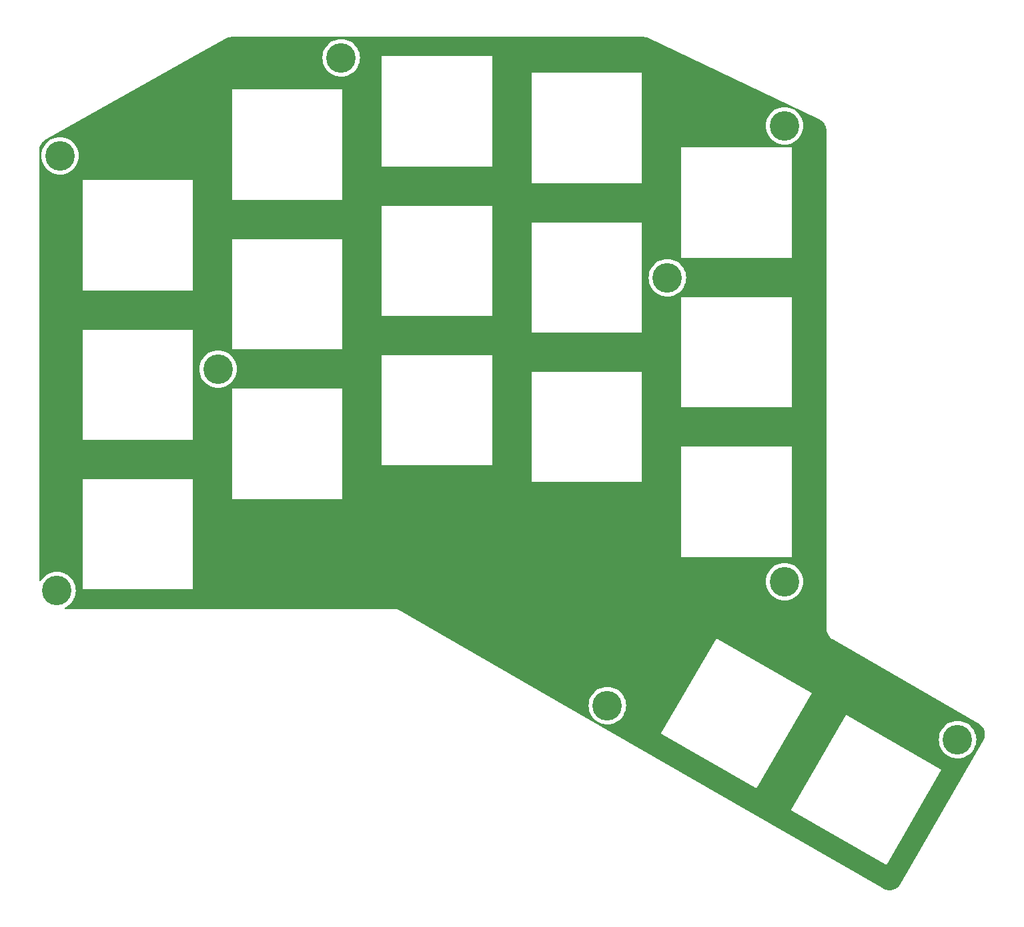
<source format=gbl>
G04 #@! TF.GenerationSoftware,KiCad,Pcbnew,7.0.10*
G04 #@! TF.CreationDate,2024-01-12T14:59:41+00:00*
G04 #@! TF.ProjectId,eobard-plate,656f6261-7264-42d7-906c-6174652e6b69,0.2.8*
G04 #@! TF.SameCoordinates,Original*
G04 #@! TF.FileFunction,Copper,L2,Bot*
G04 #@! TF.FilePolarity,Positive*
%FSLAX46Y46*%
G04 Gerber Fmt 4.6, Leading zero omitted, Abs format (unit mm)*
G04 Created by KiCad (PCBNEW 7.0.10) date 2024-01-12 14:59:41*
%MOMM*%
%LPD*%
G01*
G04 APERTURE LIST*
G04 #@! TA.AperFunction,ViaPad*
%ADD10C,3.750000*%
G04 #@! TD*
G04 APERTURE END LIST*
D10*
X172593000Y-108204000D03*
X100700000Y-81200000D03*
X194564000Y-128270000D03*
X150114000Y-123952000D03*
X172593000Y-50292000D03*
X80264000Y-109347000D03*
X157734000Y-69596000D03*
X80645000Y-54102000D03*
X116332000Y-41656000D03*
G04 #@! TA.AperFunction,Conductor*
G36*
X154641001Y-39000690D02*
G01*
X154645829Y-39000957D01*
X154663531Y-39001938D01*
X154665640Y-39002073D01*
X154839473Y-39014919D01*
X154850761Y-39016279D01*
X154918619Y-39027653D01*
X154925327Y-39028970D01*
X155055065Y-39058177D01*
X155061705Y-39059866D01*
X155127846Y-39078655D01*
X155138667Y-39082276D01*
X155300738Y-39144962D01*
X155302840Y-39145797D01*
X155324147Y-39154494D01*
X155330559Y-39157326D01*
X176812183Y-49380983D01*
X177004713Y-49472613D01*
X177012443Y-49476631D01*
X177051456Y-49498690D01*
X177052209Y-49499121D01*
X177209610Y-49590224D01*
X177223056Y-49599228D01*
X177281956Y-49644512D01*
X177294297Y-49654000D01*
X177297194Y-49656297D01*
X177401630Y-49741726D01*
X177411738Y-49750973D01*
X177480535Y-49821282D01*
X177484782Y-49825847D01*
X177568731Y-49920748D01*
X177575779Y-49929481D01*
X177635586Y-50010872D01*
X177640503Y-50018083D01*
X177707187Y-50123668D01*
X177711587Y-50131210D01*
X177759380Y-50220196D01*
X177764236Y-50230311D01*
X177813853Y-50346899D01*
X177816150Y-50352696D01*
X177850069Y-50445025D01*
X177854079Y-50458141D01*
X177886325Y-50589112D01*
X177887165Y-50592756D01*
X177906000Y-50680588D01*
X177908355Y-50696620D01*
X177922981Y-50877967D01*
X177923075Y-50879210D01*
X177926193Y-50923415D01*
X177926500Y-50932140D01*
X177926500Y-114080544D01*
X177926471Y-114080642D01*
X177926477Y-114237531D01*
X177926478Y-114237541D01*
X177954065Y-114446954D01*
X177954065Y-114446957D01*
X178008756Y-114650949D01*
X178008757Y-114650954D01*
X178089627Y-114846080D01*
X178195285Y-115028974D01*
X178195293Y-115028987D01*
X178323917Y-115196501D01*
X178323920Y-115196504D01*
X178397920Y-115270446D01*
X178473332Y-115345799D01*
X178640959Y-115474305D01*
X178640961Y-115474306D01*
X178716559Y-115517904D01*
X178716565Y-115517909D01*
X178732357Y-115527016D01*
X178732358Y-115527017D01*
X197015408Y-126070615D01*
X197228394Y-126193441D01*
X197235888Y-126198127D01*
X197290706Y-126235192D01*
X197291223Y-126235543D01*
X197421693Y-126325101D01*
X197434880Y-126335538D01*
X197507792Y-126401763D01*
X197509695Y-126403529D01*
X197599895Y-126489055D01*
X197610155Y-126500041D01*
X197676651Y-126580519D01*
X197679409Y-126583981D01*
X197751481Y-126677838D01*
X197758993Y-126688788D01*
X197814540Y-126779855D01*
X197817635Y-126785227D01*
X197873075Y-126887265D01*
X197878095Y-126897622D01*
X197920500Y-126996576D01*
X197923393Y-127003976D01*
X197944792Y-127064362D01*
X197961911Y-127112670D01*
X197964800Y-127121969D01*
X197992755Y-127226213D01*
X197994907Y-127235714D01*
X198015937Y-127349079D01*
X198017138Y-127356957D01*
X198029934Y-127463847D01*
X198030770Y-127475327D01*
X198033822Y-127591409D01*
X198033830Y-127597608D01*
X198031301Y-127704251D01*
X198030276Y-127717491D01*
X198014834Y-127834827D01*
X198014178Y-127839205D01*
X197996872Y-127942143D01*
X197993481Y-127956805D01*
X197958180Y-128075971D01*
X197957398Y-128078510D01*
X197927422Y-128172277D01*
X197921228Y-128187910D01*
X197854342Y-128328112D01*
X197853958Y-128328909D01*
X197823723Y-128391139D01*
X197819572Y-128398959D01*
X187306561Y-146604466D01*
X187301819Y-146612034D01*
X187264119Y-146667649D01*
X187263635Y-146668358D01*
X187174964Y-146797236D01*
X187164515Y-146810412D01*
X187097385Y-146884174D01*
X187095578Y-146886117D01*
X187011118Y-146975022D01*
X187000127Y-146985270D01*
X186918967Y-147052223D01*
X186915507Y-147054974D01*
X186822517Y-147126272D01*
X186811578Y-147133766D01*
X186719953Y-147189581D01*
X186714587Y-147192669D01*
X186613376Y-147247594D01*
X186603032Y-147252602D01*
X186503569Y-147295181D01*
X186496156Y-147298076D01*
X186388323Y-147336256D01*
X186379035Y-147339140D01*
X186274283Y-147367213D01*
X186264795Y-147369361D01*
X186152318Y-147390221D01*
X186144450Y-147391420D01*
X186037044Y-147404281D01*
X186025584Y-147405118D01*
X185910450Y-147408167D01*
X185904257Y-147408176D01*
X185797002Y-147405658D01*
X185783783Y-147404639D01*
X185747471Y-147399875D01*
X185667556Y-147389390D01*
X185663217Y-147388742D01*
X185559466Y-147371347D01*
X185544825Y-147367969D01*
X185427208Y-147333208D01*
X185424688Y-147332434D01*
X185396640Y-147323488D01*
X185329643Y-147302118D01*
X185314029Y-147295944D01*
X185177557Y-147230981D01*
X185176760Y-147230598D01*
X185110877Y-147198658D01*
X185103063Y-147194520D01*
X167818493Y-137235315D01*
X173413298Y-137235315D01*
X173413299Y-137235319D01*
X173413690Y-137235829D01*
X173416239Y-137237187D01*
X173425306Y-137242386D01*
X173425625Y-137242570D01*
X185516486Y-144223231D01*
X185516645Y-144223371D01*
X185537908Y-144235647D01*
X185538315Y-144235701D01*
X185538315Y-144235700D01*
X185538318Y-144235701D01*
X185538562Y-144235514D01*
X185538562Y-144235512D01*
X185538592Y-144235490D01*
X185539057Y-144235135D01*
X185539279Y-144234966D01*
X185542275Y-144230304D01*
X185542351Y-144230196D01*
X185544753Y-144224853D01*
X185551158Y-144213744D01*
X185551159Y-144213745D01*
X185551200Y-144213621D01*
X192534950Y-132117409D01*
X192535185Y-132117006D01*
X192538643Y-132111093D01*
X192538646Y-132111092D01*
X192538701Y-132110682D01*
X192538700Y-132110681D01*
X192538701Y-132110681D01*
X192538449Y-132110354D01*
X192518297Y-132098603D01*
X192517595Y-132098360D01*
X185886681Y-128270000D01*
X192183403Y-128270000D01*
X192191643Y-128395727D01*
X192203769Y-128580728D01*
X192203770Y-128580740D01*
X192264518Y-128886136D01*
X192264523Y-128886156D01*
X192364611Y-129181007D01*
X192364615Y-129181017D01*
X192502337Y-129460289D01*
X192502343Y-129460299D01*
X192675345Y-129719216D01*
X192880664Y-129953336D01*
X193114784Y-130158655D01*
X193373701Y-130331657D01*
X193373704Y-130331658D01*
X193373710Y-130331662D01*
X193652982Y-130469384D01*
X193652992Y-130469388D01*
X193947843Y-130569476D01*
X193947847Y-130569477D01*
X193947856Y-130569480D01*
X194154318Y-130610548D01*
X194253259Y-130630229D01*
X194253260Y-130630229D01*
X194253270Y-130630231D01*
X194564000Y-130650597D01*
X194874730Y-130630231D01*
X195180144Y-130569480D01*
X195180156Y-130569476D01*
X195475007Y-130469388D01*
X195475017Y-130469384D01*
X195754289Y-130331662D01*
X195754289Y-130331661D01*
X195754299Y-130331657D01*
X196013216Y-130158655D01*
X196247336Y-129953336D01*
X196452655Y-129719216D01*
X196625657Y-129460299D01*
X196763385Y-129181015D01*
X196863480Y-128886144D01*
X196924231Y-128580730D01*
X196944597Y-128270000D01*
X196924231Y-127959270D01*
X196863480Y-127653856D01*
X196854765Y-127628182D01*
X196763388Y-127358992D01*
X196763384Y-127358983D01*
X196625662Y-127079711D01*
X196625649Y-127079689D01*
X196452656Y-126820785D01*
X196389823Y-126749138D01*
X196247336Y-126586664D01*
X196013216Y-126381345D01*
X195885502Y-126296010D01*
X195754304Y-126208346D01*
X195754289Y-126208337D01*
X195475017Y-126070615D01*
X195475007Y-126070611D01*
X195180156Y-125970523D01*
X195180136Y-125970518D01*
X194874740Y-125909770D01*
X194874731Y-125909769D01*
X194874730Y-125909769D01*
X194564000Y-125889403D01*
X194253270Y-125909769D01*
X194253269Y-125909769D01*
X194253259Y-125909770D01*
X193947863Y-125970518D01*
X193947843Y-125970523D01*
X193652992Y-126070611D01*
X193652983Y-126070615D01*
X193373711Y-126208337D01*
X193373689Y-126208350D01*
X193114785Y-126381343D01*
X192880664Y-126586664D01*
X192675343Y-126820785D01*
X192502350Y-127079689D01*
X192502337Y-127079711D01*
X192364615Y-127358983D01*
X192364611Y-127358992D01*
X192264523Y-127653843D01*
X192264518Y-127653863D01*
X192203770Y-127959259D01*
X192203769Y-127959269D01*
X192203769Y-127959270D01*
X192183403Y-128270000D01*
X185886681Y-128270000D01*
X180435385Y-125122693D01*
X180435196Y-125122528D01*
X180428029Y-125118393D01*
X180423906Y-125115230D01*
X180418166Y-125112400D01*
X180414413Y-125110395D01*
X180413684Y-125110299D01*
X180413683Y-125110299D01*
X180413682Y-125110299D01*
X180413611Y-125110354D01*
X180413352Y-125110553D01*
X180401558Y-125130777D01*
X180401317Y-125131478D01*
X173425400Y-137214120D01*
X173424804Y-137214807D01*
X173413352Y-137234907D01*
X173413298Y-137235315D01*
X167818493Y-137235315D01*
X150926510Y-127502315D01*
X156937298Y-127502315D01*
X156937299Y-127502319D01*
X156937690Y-127502829D01*
X156940239Y-127504187D01*
X156949306Y-127509386D01*
X156949625Y-127509570D01*
X169040486Y-134490231D01*
X169040645Y-134490371D01*
X169061908Y-134502647D01*
X169062315Y-134502701D01*
X169062315Y-134502700D01*
X169062318Y-134502701D01*
X169062562Y-134502514D01*
X169062562Y-134502512D01*
X169062592Y-134502490D01*
X169063057Y-134502135D01*
X169063279Y-134501966D01*
X169066275Y-134497304D01*
X169066351Y-134497196D01*
X169068753Y-134491853D01*
X169075158Y-134480744D01*
X169075159Y-134480745D01*
X169075200Y-134480621D01*
X176058950Y-122384409D01*
X176059185Y-122384006D01*
X176062643Y-122378093D01*
X176062646Y-122378092D01*
X176062701Y-122377682D01*
X176062700Y-122377681D01*
X176062701Y-122377681D01*
X176062449Y-122377354D01*
X176042297Y-122365603D01*
X176041595Y-122365360D01*
X163959385Y-115389693D01*
X163959196Y-115389528D01*
X163952029Y-115385393D01*
X163947906Y-115382230D01*
X163942166Y-115379400D01*
X163938413Y-115377395D01*
X163937684Y-115377299D01*
X163937683Y-115377299D01*
X163937682Y-115377299D01*
X163937611Y-115377354D01*
X163937352Y-115377553D01*
X163925558Y-115397777D01*
X163925317Y-115398478D01*
X156949400Y-127481120D01*
X156948804Y-127481807D01*
X156937352Y-127501907D01*
X156937298Y-127502315D01*
X150926510Y-127502315D01*
X144764806Y-123952000D01*
X147733403Y-123952000D01*
X147753769Y-124262728D01*
X147753770Y-124262740D01*
X147814518Y-124568136D01*
X147814523Y-124568156D01*
X147914611Y-124863007D01*
X147914615Y-124863017D01*
X148052337Y-125142289D01*
X148052343Y-125142299D01*
X148225345Y-125401216D01*
X148430664Y-125635336D01*
X148664784Y-125840655D01*
X148923701Y-126013657D01*
X148923704Y-126013658D01*
X148923710Y-126013662D01*
X149202982Y-126151384D01*
X149202992Y-126151388D01*
X149497843Y-126251476D01*
X149497847Y-126251477D01*
X149497856Y-126251480D01*
X149704318Y-126292548D01*
X149803259Y-126312229D01*
X149803260Y-126312229D01*
X149803270Y-126312231D01*
X150114000Y-126332597D01*
X150424730Y-126312231D01*
X150730144Y-126251480D01*
X150778313Y-126235129D01*
X151025007Y-126151388D01*
X151025017Y-126151384D01*
X151304289Y-126013662D01*
X151304289Y-126013661D01*
X151304299Y-126013657D01*
X151563216Y-125840655D01*
X151797336Y-125635336D01*
X152002655Y-125401216D01*
X152175657Y-125142299D01*
X152191418Y-125110340D01*
X152313384Y-124863017D01*
X152313388Y-124863007D01*
X152413476Y-124568156D01*
X152413476Y-124568155D01*
X152413480Y-124568144D01*
X152474231Y-124262730D01*
X152494597Y-123952000D01*
X152474231Y-123641270D01*
X152413480Y-123335856D01*
X152413476Y-123335843D01*
X152313388Y-123040992D01*
X152313384Y-123040983D01*
X152175662Y-122761711D01*
X152175649Y-122761689D01*
X152002656Y-122502785D01*
X151899035Y-122384629D01*
X151797336Y-122268664D01*
X151563216Y-122063345D01*
X151435502Y-121978010D01*
X151304304Y-121890346D01*
X151304289Y-121890337D01*
X151025017Y-121752615D01*
X151025007Y-121752611D01*
X150730156Y-121652523D01*
X150730136Y-121652518D01*
X150424740Y-121591770D01*
X150424731Y-121591769D01*
X150424730Y-121591769D01*
X150114000Y-121571403D01*
X149803270Y-121591769D01*
X149803269Y-121591769D01*
X149803259Y-121591770D01*
X149497863Y-121652518D01*
X149497843Y-121652523D01*
X149202992Y-121752611D01*
X149202983Y-121752615D01*
X148923711Y-121890337D01*
X148923689Y-121890350D01*
X148664785Y-122063343D01*
X148430664Y-122268664D01*
X148225343Y-122502785D01*
X148052350Y-122761689D01*
X148052337Y-122761711D01*
X147914615Y-123040983D01*
X147914611Y-123040992D01*
X147814523Y-123335843D01*
X147814518Y-123335863D01*
X147753770Y-123641259D01*
X147753769Y-123641271D01*
X147733403Y-123952000D01*
X144764806Y-123952000D01*
X123917290Y-111939860D01*
X123917244Y-111939812D01*
X123782091Y-111861923D01*
X123782088Y-111861922D01*
X123587323Y-111781403D01*
X123587322Y-111781402D01*
X123383713Y-111726945D01*
X123383710Y-111726944D01*
X123174736Y-111699484D01*
X123069353Y-111699500D01*
X81396336Y-111699500D01*
X81329297Y-111679815D01*
X81283542Y-111627011D01*
X81273598Y-111557853D01*
X81302623Y-111494297D01*
X81341492Y-111464288D01*
X81454289Y-111408662D01*
X81454289Y-111408661D01*
X81454299Y-111408657D01*
X81713216Y-111235655D01*
X81947336Y-111030336D01*
X82152655Y-110796216D01*
X82325657Y-110537299D01*
X82463385Y-110258015D01*
X82481319Y-110205185D01*
X82563476Y-109963156D01*
X82563476Y-109963155D01*
X82563480Y-109963144D01*
X82624231Y-109657730D01*
X82644597Y-109347000D01*
X82633054Y-109170889D01*
X83499416Y-109170889D01*
X83499459Y-109195000D01*
X83499500Y-109195099D01*
X83499617Y-109195383D01*
X83499618Y-109195384D01*
X83499808Y-109195462D01*
X83500000Y-109195541D01*
X83500002Y-109195539D01*
X83524616Y-109195524D01*
X83524616Y-109195528D01*
X83524760Y-109195500D01*
X97475240Y-109195500D01*
X97475383Y-109195528D01*
X97475384Y-109195524D01*
X97499997Y-109195539D01*
X97500000Y-109195541D01*
X97500383Y-109195383D01*
X97500500Y-109195099D01*
X97500541Y-109195000D01*
X97500540Y-109194997D01*
X97500583Y-109170889D01*
X97500500Y-109170467D01*
X97500500Y-108204000D01*
X170212403Y-108204000D01*
X170232769Y-108514728D01*
X170232770Y-108514740D01*
X170293518Y-108820136D01*
X170293523Y-108820156D01*
X170393611Y-109115007D01*
X170393615Y-109115017D01*
X170531337Y-109394289D01*
X170531343Y-109394299D01*
X170704345Y-109653216D01*
X170909664Y-109887336D01*
X171143784Y-110092655D01*
X171402701Y-110265657D01*
X171402704Y-110265658D01*
X171402710Y-110265662D01*
X171681982Y-110403384D01*
X171681992Y-110403388D01*
X171976843Y-110503476D01*
X171976847Y-110503477D01*
X171976856Y-110503480D01*
X172183318Y-110544548D01*
X172282259Y-110564229D01*
X172282260Y-110564229D01*
X172282270Y-110564231D01*
X172593000Y-110584597D01*
X172903730Y-110564231D01*
X173209144Y-110503480D01*
X173209156Y-110503476D01*
X173504007Y-110403388D01*
X173504017Y-110403384D01*
X173783289Y-110265662D01*
X173783289Y-110265661D01*
X173783299Y-110265657D01*
X174042216Y-110092655D01*
X174276336Y-109887336D01*
X174481655Y-109653216D01*
X174654657Y-109394299D01*
X174792385Y-109115015D01*
X174892480Y-108820144D01*
X174953231Y-108514730D01*
X174973597Y-108204000D01*
X174953231Y-107893270D01*
X174892480Y-107587856D01*
X174892476Y-107587843D01*
X174792388Y-107292992D01*
X174792384Y-107292983D01*
X174654662Y-107013711D01*
X174654649Y-107013689D01*
X174481656Y-106754785D01*
X174459164Y-106729138D01*
X174276336Y-106520664D01*
X174042216Y-106315345D01*
X173914502Y-106230010D01*
X173783304Y-106142346D01*
X173783289Y-106142337D01*
X173504017Y-106004615D01*
X173504007Y-106004611D01*
X173209156Y-105904523D01*
X173209136Y-105904518D01*
X172903740Y-105843770D01*
X172903731Y-105843769D01*
X172903730Y-105843769D01*
X172593000Y-105823403D01*
X172282270Y-105843769D01*
X172282269Y-105843769D01*
X172282259Y-105843770D01*
X171976863Y-105904518D01*
X171976843Y-105904523D01*
X171681992Y-106004611D01*
X171681983Y-106004615D01*
X171402711Y-106142337D01*
X171402689Y-106142350D01*
X171143785Y-106315343D01*
X170909664Y-106520664D01*
X170704343Y-106754785D01*
X170531350Y-107013689D01*
X170531337Y-107013711D01*
X170393615Y-107292983D01*
X170393611Y-107292992D01*
X170293523Y-107587843D01*
X170293518Y-107587863D01*
X170232770Y-107893259D01*
X170232769Y-107893271D01*
X170212403Y-108204000D01*
X97500500Y-108204000D01*
X97500500Y-105045889D01*
X159499416Y-105045889D01*
X159499459Y-105070000D01*
X159499500Y-105070099D01*
X159499617Y-105070383D01*
X159499618Y-105070384D01*
X159499808Y-105070462D01*
X159500000Y-105070541D01*
X159500002Y-105070539D01*
X159524616Y-105070524D01*
X159524616Y-105070528D01*
X159524760Y-105070500D01*
X173475240Y-105070500D01*
X173475383Y-105070528D01*
X173475384Y-105070524D01*
X173499997Y-105070539D01*
X173500000Y-105070541D01*
X173500383Y-105070383D01*
X173500500Y-105070099D01*
X173500541Y-105070000D01*
X173500540Y-105069997D01*
X173500583Y-105045889D01*
X173500500Y-105045467D01*
X173500500Y-91094759D01*
X173500528Y-91094616D01*
X173500524Y-91094616D01*
X173500539Y-91070002D01*
X173500541Y-91070000D01*
X173500462Y-91069808D01*
X173500384Y-91069618D01*
X173500380Y-91069614D01*
X173500194Y-91069538D01*
X173500002Y-91069459D01*
X173475446Y-91069459D01*
X173475240Y-91069500D01*
X159524760Y-91069500D01*
X159524554Y-91069459D01*
X159499998Y-91069459D01*
X159499807Y-91069538D01*
X159499619Y-91069615D01*
X159499615Y-91069618D01*
X159499459Y-91069999D01*
X159499476Y-91094616D01*
X159499471Y-91094616D01*
X159499500Y-91094759D01*
X159499500Y-105045467D01*
X159499416Y-105045889D01*
X97500500Y-105045889D01*
X97500500Y-97670889D01*
X102499416Y-97670889D01*
X102499459Y-97695000D01*
X102499500Y-97695099D01*
X102499617Y-97695383D01*
X102499618Y-97695384D01*
X102499808Y-97695462D01*
X102500000Y-97695541D01*
X102500002Y-97695539D01*
X102524616Y-97695524D01*
X102524616Y-97695528D01*
X102524760Y-97695500D01*
X116475240Y-97695500D01*
X116475383Y-97695528D01*
X116475384Y-97695524D01*
X116499997Y-97695539D01*
X116500000Y-97695541D01*
X116500383Y-97695383D01*
X116500500Y-97695099D01*
X116500541Y-97695000D01*
X116500540Y-97694997D01*
X116500583Y-97670889D01*
X116500500Y-97670467D01*
X116500500Y-95545889D01*
X140499416Y-95545889D01*
X140499459Y-95570000D01*
X140499500Y-95570099D01*
X140499617Y-95570383D01*
X140499618Y-95570384D01*
X140499808Y-95570462D01*
X140500000Y-95570541D01*
X140500002Y-95570539D01*
X140524616Y-95570524D01*
X140524616Y-95570528D01*
X140524760Y-95570500D01*
X154475240Y-95570500D01*
X154475383Y-95570528D01*
X154475384Y-95570524D01*
X154499997Y-95570539D01*
X154500000Y-95570541D01*
X154500383Y-95570383D01*
X154500500Y-95570099D01*
X154500541Y-95570000D01*
X154500540Y-95569997D01*
X154500583Y-95545889D01*
X154500500Y-95545467D01*
X154500500Y-86045889D01*
X159499416Y-86045889D01*
X159499459Y-86070000D01*
X159499500Y-86070099D01*
X159499617Y-86070383D01*
X159499618Y-86070384D01*
X159499808Y-86070462D01*
X159500000Y-86070541D01*
X159500002Y-86070539D01*
X159524616Y-86070524D01*
X159524616Y-86070528D01*
X159524760Y-86070500D01*
X173475240Y-86070500D01*
X173475383Y-86070528D01*
X173475384Y-86070524D01*
X173499997Y-86070539D01*
X173500000Y-86070541D01*
X173500383Y-86070383D01*
X173500500Y-86070099D01*
X173500541Y-86070000D01*
X173500540Y-86069997D01*
X173500583Y-86045889D01*
X173500500Y-86045467D01*
X173500500Y-72094759D01*
X173500528Y-72094616D01*
X173500524Y-72094616D01*
X173500539Y-72070002D01*
X173500541Y-72070000D01*
X173500462Y-72069808D01*
X173500384Y-72069618D01*
X173500380Y-72069614D01*
X173500194Y-72069538D01*
X173500002Y-72069459D01*
X173475446Y-72069459D01*
X173475240Y-72069500D01*
X159524760Y-72069500D01*
X159524554Y-72069459D01*
X159499998Y-72069459D01*
X159499807Y-72069538D01*
X159499619Y-72069615D01*
X159499615Y-72069618D01*
X159499459Y-72069999D01*
X159499476Y-72094616D01*
X159499471Y-72094616D01*
X159499500Y-72094759D01*
X159499500Y-86045467D01*
X159499416Y-86045889D01*
X154500500Y-86045889D01*
X154500500Y-81594759D01*
X154500528Y-81594616D01*
X154500524Y-81594616D01*
X154500539Y-81570002D01*
X154500541Y-81570000D01*
X154500462Y-81569808D01*
X154500384Y-81569618D01*
X154500380Y-81569614D01*
X154500194Y-81569538D01*
X154500002Y-81569459D01*
X154475446Y-81569459D01*
X154475240Y-81569500D01*
X140524760Y-81569500D01*
X140524554Y-81569459D01*
X140499998Y-81569459D01*
X140499807Y-81569538D01*
X140499619Y-81569615D01*
X140499615Y-81569618D01*
X140499459Y-81569999D01*
X140499476Y-81594616D01*
X140499471Y-81594616D01*
X140499500Y-81594759D01*
X140499500Y-95545467D01*
X140499416Y-95545889D01*
X116500500Y-95545889D01*
X116500500Y-93420889D01*
X121499416Y-93420889D01*
X121499459Y-93445000D01*
X121499500Y-93445099D01*
X121499617Y-93445383D01*
X121499618Y-93445384D01*
X121499808Y-93445462D01*
X121500000Y-93445541D01*
X121500002Y-93445539D01*
X121524616Y-93445524D01*
X121524616Y-93445528D01*
X121524760Y-93445500D01*
X135475240Y-93445500D01*
X135475383Y-93445528D01*
X135475384Y-93445524D01*
X135499997Y-93445539D01*
X135500000Y-93445541D01*
X135500383Y-93445383D01*
X135500500Y-93445099D01*
X135500541Y-93445000D01*
X135500540Y-93444997D01*
X135500583Y-93420889D01*
X135500500Y-93420467D01*
X135500500Y-79469759D01*
X135500528Y-79469616D01*
X135500524Y-79469616D01*
X135500539Y-79445002D01*
X135500541Y-79445000D01*
X135500462Y-79444808D01*
X135500384Y-79444618D01*
X135500380Y-79444614D01*
X135500194Y-79444538D01*
X135500002Y-79444459D01*
X135475446Y-79444459D01*
X135475240Y-79444500D01*
X121524760Y-79444500D01*
X121524554Y-79444459D01*
X121499998Y-79444459D01*
X121499807Y-79444538D01*
X121499619Y-79444615D01*
X121499615Y-79444618D01*
X121499459Y-79444999D01*
X121499476Y-79469616D01*
X121499471Y-79469616D01*
X121499500Y-79469759D01*
X121499500Y-93420467D01*
X121499416Y-93420889D01*
X116500500Y-93420889D01*
X116500500Y-83719759D01*
X116500528Y-83719616D01*
X116500524Y-83719616D01*
X116500539Y-83695002D01*
X116500541Y-83695000D01*
X116500462Y-83694808D01*
X116500384Y-83694618D01*
X116500380Y-83694614D01*
X116500194Y-83694538D01*
X116500002Y-83694459D01*
X116475446Y-83694459D01*
X116475240Y-83694500D01*
X102524760Y-83694500D01*
X102524554Y-83694459D01*
X102499998Y-83694459D01*
X102499807Y-83694538D01*
X102499619Y-83694615D01*
X102499615Y-83694618D01*
X102499459Y-83694999D01*
X102499476Y-83719616D01*
X102499471Y-83719616D01*
X102499500Y-83719759D01*
X102499500Y-97670467D01*
X102499416Y-97670889D01*
X97500500Y-97670889D01*
X97500500Y-95219759D01*
X97500528Y-95219616D01*
X97500524Y-95219616D01*
X97500539Y-95195002D01*
X97500541Y-95195000D01*
X97500462Y-95194808D01*
X97500384Y-95194618D01*
X97500380Y-95194614D01*
X97500194Y-95194538D01*
X97500002Y-95194459D01*
X97475446Y-95194459D01*
X97475240Y-95194500D01*
X83524760Y-95194500D01*
X83524554Y-95194459D01*
X83499998Y-95194459D01*
X83499807Y-95194538D01*
X83499619Y-95194615D01*
X83499615Y-95194618D01*
X83499459Y-95194999D01*
X83499476Y-95219616D01*
X83499471Y-95219616D01*
X83499500Y-95219759D01*
X83499500Y-109170467D01*
X83499416Y-109170889D01*
X82633054Y-109170889D01*
X82624231Y-109036270D01*
X82563480Y-108730856D01*
X82490119Y-108514740D01*
X82463388Y-108435992D01*
X82463384Y-108435983D01*
X82325662Y-108156711D01*
X82325649Y-108156689D01*
X82152656Y-107897785D01*
X82130164Y-107872138D01*
X81947336Y-107663664D01*
X81713216Y-107458345D01*
X81465747Y-107292992D01*
X81454304Y-107285346D01*
X81454289Y-107285337D01*
X81175017Y-107147615D01*
X81175007Y-107147611D01*
X80880156Y-107047523D01*
X80880136Y-107047518D01*
X80574740Y-106986770D01*
X80574731Y-106986769D01*
X80574730Y-106986769D01*
X80264000Y-106966403D01*
X79953270Y-106986769D01*
X79953269Y-106986769D01*
X79953259Y-106986770D01*
X79647863Y-107047518D01*
X79647843Y-107047523D01*
X79352992Y-107147611D01*
X79352983Y-107147615D01*
X79073711Y-107285337D01*
X79073689Y-107285350D01*
X78814785Y-107458343D01*
X78580664Y-107663664D01*
X78375343Y-107897785D01*
X78227602Y-108118897D01*
X78173990Y-108163703D01*
X78104665Y-108172410D01*
X78041638Y-108142256D01*
X78004918Y-108082813D01*
X78000500Y-108050007D01*
X78000500Y-90170889D01*
X83499416Y-90170889D01*
X83499459Y-90195000D01*
X83499500Y-90195099D01*
X83499617Y-90195383D01*
X83499618Y-90195384D01*
X83499808Y-90195462D01*
X83500000Y-90195541D01*
X83500002Y-90195539D01*
X83524616Y-90195524D01*
X83524616Y-90195528D01*
X83524760Y-90195500D01*
X97475240Y-90195500D01*
X97475383Y-90195528D01*
X97475384Y-90195524D01*
X97499997Y-90195539D01*
X97500000Y-90195541D01*
X97500383Y-90195383D01*
X97500500Y-90195099D01*
X97500541Y-90195000D01*
X97500540Y-90194997D01*
X97500583Y-90170889D01*
X97500500Y-90170467D01*
X97500500Y-81200000D01*
X98319403Y-81200000D01*
X98339769Y-81510728D01*
X98339770Y-81510740D01*
X98400518Y-81816136D01*
X98400523Y-81816156D01*
X98500611Y-82111007D01*
X98500615Y-82111017D01*
X98638337Y-82390289D01*
X98638343Y-82390299D01*
X98811345Y-82649216D01*
X99016664Y-82883336D01*
X99250784Y-83088655D01*
X99509701Y-83261657D01*
X99509704Y-83261658D01*
X99509710Y-83261662D01*
X99788982Y-83399384D01*
X99788992Y-83399388D01*
X100083843Y-83499476D01*
X100083847Y-83499477D01*
X100083856Y-83499480D01*
X100290318Y-83540548D01*
X100389259Y-83560229D01*
X100389260Y-83560229D01*
X100389270Y-83560231D01*
X100700000Y-83580597D01*
X101010730Y-83560231D01*
X101316144Y-83499480D01*
X101316156Y-83499476D01*
X101611007Y-83399388D01*
X101611017Y-83399384D01*
X101890289Y-83261662D01*
X101890289Y-83261661D01*
X101890299Y-83261657D01*
X102149216Y-83088655D01*
X102383336Y-82883336D01*
X102588655Y-82649216D01*
X102761657Y-82390299D01*
X102899385Y-82111015D01*
X102999480Y-81816144D01*
X103060231Y-81510730D01*
X103080597Y-81200000D01*
X103060231Y-80889270D01*
X102999480Y-80583856D01*
X102999476Y-80583843D01*
X102899388Y-80288992D01*
X102899384Y-80288983D01*
X102761662Y-80009711D01*
X102761649Y-80009689D01*
X102588656Y-79750785D01*
X102566164Y-79725138D01*
X102383336Y-79516664D01*
X102149216Y-79311345D01*
X102021502Y-79226010D01*
X101890304Y-79138346D01*
X101890289Y-79138337D01*
X101611017Y-79000615D01*
X101611007Y-79000611D01*
X101316156Y-78900523D01*
X101316136Y-78900518D01*
X101010740Y-78839770D01*
X101010731Y-78839769D01*
X101010730Y-78839769D01*
X100700000Y-78819403D01*
X100389270Y-78839769D01*
X100389269Y-78839769D01*
X100389259Y-78839770D01*
X100083863Y-78900518D01*
X100083843Y-78900523D01*
X99788992Y-79000611D01*
X99788983Y-79000615D01*
X99509711Y-79138337D01*
X99509689Y-79138350D01*
X99250785Y-79311343D01*
X99016664Y-79516664D01*
X98811343Y-79750785D01*
X98638350Y-80009689D01*
X98638337Y-80009711D01*
X98500615Y-80288983D01*
X98500611Y-80288992D01*
X98400523Y-80583843D01*
X98400518Y-80583863D01*
X98339770Y-80889259D01*
X98339769Y-80889271D01*
X98319403Y-81200000D01*
X97500500Y-81200000D01*
X97500500Y-78670889D01*
X102499416Y-78670889D01*
X102499459Y-78695000D01*
X102499500Y-78695099D01*
X102499617Y-78695383D01*
X102499618Y-78695384D01*
X102499808Y-78695462D01*
X102500000Y-78695541D01*
X102500002Y-78695539D01*
X102524616Y-78695524D01*
X102524616Y-78695528D01*
X102524760Y-78695500D01*
X116475240Y-78695500D01*
X116475383Y-78695528D01*
X116475384Y-78695524D01*
X116499997Y-78695539D01*
X116500000Y-78695541D01*
X116500383Y-78695383D01*
X116500500Y-78695099D01*
X116500541Y-78695000D01*
X116500540Y-78694997D01*
X116500583Y-78670889D01*
X116500500Y-78670467D01*
X116500500Y-76545889D01*
X140499416Y-76545889D01*
X140499459Y-76570000D01*
X140499500Y-76570099D01*
X140499617Y-76570383D01*
X140499618Y-76570384D01*
X140499808Y-76570462D01*
X140500000Y-76570541D01*
X140500002Y-76570539D01*
X140524616Y-76570524D01*
X140524616Y-76570528D01*
X140524760Y-76570500D01*
X154475240Y-76570500D01*
X154475383Y-76570528D01*
X154475384Y-76570524D01*
X154499997Y-76570539D01*
X154500000Y-76570541D01*
X154500383Y-76570383D01*
X154500500Y-76570099D01*
X154500541Y-76570000D01*
X154500540Y-76569997D01*
X154500583Y-76545889D01*
X154500500Y-76545467D01*
X154500500Y-69596000D01*
X155353403Y-69596000D01*
X155373769Y-69906728D01*
X155373770Y-69906740D01*
X155434518Y-70212136D01*
X155434523Y-70212156D01*
X155534611Y-70507007D01*
X155534615Y-70507017D01*
X155672337Y-70786289D01*
X155672343Y-70786299D01*
X155845345Y-71045216D01*
X156050664Y-71279336D01*
X156284784Y-71484655D01*
X156543701Y-71657657D01*
X156543704Y-71657658D01*
X156543710Y-71657662D01*
X156822982Y-71795384D01*
X156822992Y-71795388D01*
X157117843Y-71895476D01*
X157117847Y-71895477D01*
X157117856Y-71895480D01*
X157324318Y-71936548D01*
X157423259Y-71956229D01*
X157423260Y-71956229D01*
X157423270Y-71956231D01*
X157734000Y-71976597D01*
X158044730Y-71956231D01*
X158350144Y-71895480D01*
X158350156Y-71895476D01*
X158645007Y-71795388D01*
X158645017Y-71795384D01*
X158924289Y-71657662D01*
X158924289Y-71657661D01*
X158924299Y-71657657D01*
X159183216Y-71484655D01*
X159417336Y-71279336D01*
X159622655Y-71045216D01*
X159795657Y-70786299D01*
X159933385Y-70507015D01*
X160033480Y-70212144D01*
X160094231Y-69906730D01*
X160114597Y-69596000D01*
X160094231Y-69285270D01*
X160033480Y-68979856D01*
X160033476Y-68979843D01*
X159933388Y-68684992D01*
X159933384Y-68684983D01*
X159795662Y-68405711D01*
X159795649Y-68405689D01*
X159622656Y-68146785D01*
X159600164Y-68121138D01*
X159417336Y-67912664D01*
X159183216Y-67707345D01*
X159055502Y-67622010D01*
X158924304Y-67534346D01*
X158924289Y-67534337D01*
X158645017Y-67396615D01*
X158645007Y-67396611D01*
X158350156Y-67296523D01*
X158350136Y-67296518D01*
X158044740Y-67235770D01*
X158044731Y-67235769D01*
X158044730Y-67235769D01*
X157734000Y-67215403D01*
X157423270Y-67235769D01*
X157423269Y-67235769D01*
X157423259Y-67235770D01*
X157117863Y-67296518D01*
X157117843Y-67296523D01*
X156822992Y-67396611D01*
X156822983Y-67396615D01*
X156543711Y-67534337D01*
X156543689Y-67534350D01*
X156284785Y-67707343D01*
X156050664Y-67912664D01*
X155845343Y-68146785D01*
X155672350Y-68405689D01*
X155672337Y-68405711D01*
X155534615Y-68684983D01*
X155534611Y-68684992D01*
X155434523Y-68979843D01*
X155434518Y-68979863D01*
X155373770Y-69285259D01*
X155373769Y-69285271D01*
X155353403Y-69596000D01*
X154500500Y-69596000D01*
X154500500Y-67045889D01*
X159499416Y-67045889D01*
X159499459Y-67070000D01*
X159499500Y-67070099D01*
X159499617Y-67070383D01*
X159499618Y-67070384D01*
X159499808Y-67070462D01*
X159500000Y-67070541D01*
X159500002Y-67070539D01*
X159524616Y-67070524D01*
X159524616Y-67070528D01*
X159524760Y-67070500D01*
X173475240Y-67070500D01*
X173475383Y-67070528D01*
X173475384Y-67070524D01*
X173499997Y-67070539D01*
X173500000Y-67070541D01*
X173500383Y-67070383D01*
X173500500Y-67070099D01*
X173500541Y-67070000D01*
X173500540Y-67069997D01*
X173500583Y-67045889D01*
X173500500Y-67045467D01*
X173500500Y-53094759D01*
X173500528Y-53094616D01*
X173500524Y-53094616D01*
X173500539Y-53070002D01*
X173500541Y-53070000D01*
X173500462Y-53069808D01*
X173500384Y-53069618D01*
X173500380Y-53069614D01*
X173500194Y-53069538D01*
X173500002Y-53069459D01*
X173475446Y-53069459D01*
X173475240Y-53069500D01*
X159524760Y-53069500D01*
X159524554Y-53069459D01*
X159499998Y-53069459D01*
X159499807Y-53069538D01*
X159499619Y-53069615D01*
X159499615Y-53069618D01*
X159499459Y-53069999D01*
X159499476Y-53094616D01*
X159499471Y-53094616D01*
X159499500Y-53094759D01*
X159499500Y-67045467D01*
X159499416Y-67045889D01*
X154500500Y-67045889D01*
X154500500Y-62594759D01*
X154500528Y-62594616D01*
X154500524Y-62594616D01*
X154500539Y-62570002D01*
X154500541Y-62570000D01*
X154500462Y-62569808D01*
X154500384Y-62569618D01*
X154500380Y-62569614D01*
X154500194Y-62569538D01*
X154500002Y-62569459D01*
X154475446Y-62569459D01*
X154475240Y-62569500D01*
X140524760Y-62569500D01*
X140524554Y-62569459D01*
X140499998Y-62569459D01*
X140499807Y-62569538D01*
X140499619Y-62569615D01*
X140499615Y-62569618D01*
X140499459Y-62569999D01*
X140499476Y-62594616D01*
X140499471Y-62594616D01*
X140499500Y-62594759D01*
X140499500Y-76545467D01*
X140499416Y-76545889D01*
X116500500Y-76545889D01*
X116500500Y-74420889D01*
X121499416Y-74420889D01*
X121499459Y-74445000D01*
X121499500Y-74445099D01*
X121499617Y-74445383D01*
X121499618Y-74445384D01*
X121499808Y-74445462D01*
X121500000Y-74445541D01*
X121500002Y-74445539D01*
X121524616Y-74445524D01*
X121524616Y-74445528D01*
X121524760Y-74445500D01*
X135475240Y-74445500D01*
X135475383Y-74445528D01*
X135475384Y-74445524D01*
X135499997Y-74445539D01*
X135500000Y-74445541D01*
X135500383Y-74445383D01*
X135500500Y-74445099D01*
X135500541Y-74445000D01*
X135500540Y-74444997D01*
X135500583Y-74420889D01*
X135500500Y-74420467D01*
X135500500Y-60469759D01*
X135500528Y-60469616D01*
X135500524Y-60469616D01*
X135500539Y-60445002D01*
X135500541Y-60445000D01*
X135500462Y-60444808D01*
X135500384Y-60444618D01*
X135500380Y-60444614D01*
X135500194Y-60444538D01*
X135500002Y-60444459D01*
X135475446Y-60444459D01*
X135475240Y-60444500D01*
X121524760Y-60444500D01*
X121524554Y-60444459D01*
X121499998Y-60444459D01*
X121499807Y-60444538D01*
X121499619Y-60444615D01*
X121499615Y-60444618D01*
X121499459Y-60444999D01*
X121499476Y-60469616D01*
X121499471Y-60469616D01*
X121499500Y-60469759D01*
X121499500Y-74420467D01*
X121499416Y-74420889D01*
X116500500Y-74420889D01*
X116500500Y-64719759D01*
X116500528Y-64719616D01*
X116500524Y-64719616D01*
X116500539Y-64695002D01*
X116500541Y-64695000D01*
X116500462Y-64694808D01*
X116500384Y-64694618D01*
X116500380Y-64694614D01*
X116500194Y-64694538D01*
X116500002Y-64694459D01*
X116475446Y-64694459D01*
X116475240Y-64694500D01*
X102524760Y-64694500D01*
X102524554Y-64694459D01*
X102499998Y-64694459D01*
X102499807Y-64694538D01*
X102499619Y-64694615D01*
X102499615Y-64694618D01*
X102499459Y-64694999D01*
X102499476Y-64719616D01*
X102499471Y-64719616D01*
X102499500Y-64719759D01*
X102499500Y-78670467D01*
X102499416Y-78670889D01*
X97500500Y-78670889D01*
X97500500Y-76219759D01*
X97500528Y-76219616D01*
X97500524Y-76219616D01*
X97500539Y-76195002D01*
X97500541Y-76195000D01*
X97500462Y-76194808D01*
X97500384Y-76194618D01*
X97500380Y-76194614D01*
X97500194Y-76194538D01*
X97500002Y-76194459D01*
X97475446Y-76194459D01*
X97475240Y-76194500D01*
X83524760Y-76194500D01*
X83524554Y-76194459D01*
X83499998Y-76194459D01*
X83499807Y-76194538D01*
X83499619Y-76194615D01*
X83499615Y-76194618D01*
X83499459Y-76194999D01*
X83499476Y-76219616D01*
X83499471Y-76219616D01*
X83499500Y-76219759D01*
X83499500Y-90170467D01*
X83499416Y-90170889D01*
X78000500Y-90170889D01*
X78000500Y-71170889D01*
X83499416Y-71170889D01*
X83499459Y-71195000D01*
X83499500Y-71195099D01*
X83499617Y-71195383D01*
X83499618Y-71195384D01*
X83499808Y-71195462D01*
X83500000Y-71195541D01*
X83500002Y-71195539D01*
X83524616Y-71195524D01*
X83524616Y-71195528D01*
X83524760Y-71195500D01*
X97475240Y-71195500D01*
X97475383Y-71195528D01*
X97475384Y-71195524D01*
X97499997Y-71195539D01*
X97500000Y-71195541D01*
X97500383Y-71195383D01*
X97500500Y-71195099D01*
X97500541Y-71195000D01*
X97500540Y-71194997D01*
X97500583Y-71170889D01*
X97500500Y-71170467D01*
X97500500Y-59670889D01*
X102499416Y-59670889D01*
X102499459Y-59695000D01*
X102499500Y-59695099D01*
X102499617Y-59695383D01*
X102499618Y-59695384D01*
X102499808Y-59695462D01*
X102500000Y-59695541D01*
X102500002Y-59695539D01*
X102524616Y-59695524D01*
X102524616Y-59695528D01*
X102524760Y-59695500D01*
X116475240Y-59695500D01*
X116475383Y-59695528D01*
X116475384Y-59695524D01*
X116499997Y-59695539D01*
X116500000Y-59695541D01*
X116500383Y-59695383D01*
X116500500Y-59695099D01*
X116500541Y-59695000D01*
X116500540Y-59694997D01*
X116500583Y-59670889D01*
X116500500Y-59670467D01*
X116500500Y-57545889D01*
X140499416Y-57545889D01*
X140499459Y-57570000D01*
X140499500Y-57570099D01*
X140499617Y-57570383D01*
X140499618Y-57570384D01*
X140499808Y-57570462D01*
X140500000Y-57570541D01*
X140500002Y-57570539D01*
X140524616Y-57570524D01*
X140524616Y-57570528D01*
X140524760Y-57570500D01*
X154475240Y-57570500D01*
X154475383Y-57570528D01*
X154475384Y-57570524D01*
X154499997Y-57570539D01*
X154500000Y-57570541D01*
X154500383Y-57570383D01*
X154500500Y-57570099D01*
X154500541Y-57570000D01*
X154500540Y-57569997D01*
X154500583Y-57545889D01*
X154500500Y-57545467D01*
X154500500Y-50292000D01*
X170212403Y-50292000D01*
X170231876Y-50589112D01*
X170232769Y-50602728D01*
X170232770Y-50602740D01*
X170293518Y-50908136D01*
X170293523Y-50908156D01*
X170393611Y-51203007D01*
X170393615Y-51203017D01*
X170531337Y-51482289D01*
X170531343Y-51482299D01*
X170704345Y-51741216D01*
X170909664Y-51975336D01*
X171143784Y-52180655D01*
X171402701Y-52353657D01*
X171402704Y-52353658D01*
X171402710Y-52353662D01*
X171681982Y-52491384D01*
X171681992Y-52491388D01*
X171976843Y-52591476D01*
X171976847Y-52591477D01*
X171976856Y-52591480D01*
X172165747Y-52629053D01*
X172282259Y-52652229D01*
X172282260Y-52652229D01*
X172282270Y-52652231D01*
X172593000Y-52672597D01*
X172903730Y-52652231D01*
X173209144Y-52591480D01*
X173239505Y-52581174D01*
X173504007Y-52491388D01*
X173504017Y-52491384D01*
X173783289Y-52353662D01*
X173783289Y-52353661D01*
X173783299Y-52353657D01*
X174042216Y-52180655D01*
X174276336Y-51975336D01*
X174481655Y-51741216D01*
X174654657Y-51482299D01*
X174792385Y-51203015D01*
X174884335Y-50932140D01*
X174892476Y-50908156D01*
X174892476Y-50908155D01*
X174892480Y-50908144D01*
X174953231Y-50602730D01*
X174973597Y-50292000D01*
X174953231Y-49981270D01*
X174942929Y-49929481D01*
X174892481Y-49675863D01*
X174892480Y-49675856D01*
X174882993Y-49647908D01*
X174792388Y-49380992D01*
X174792384Y-49380983D01*
X174654662Y-49101711D01*
X174654649Y-49101689D01*
X174481656Y-48842785D01*
X174459164Y-48817138D01*
X174276336Y-48608664D01*
X174042216Y-48403345D01*
X173914502Y-48318010D01*
X173783304Y-48230346D01*
X173783289Y-48230337D01*
X173504017Y-48092615D01*
X173504007Y-48092611D01*
X173209156Y-47992523D01*
X173209136Y-47992518D01*
X172903740Y-47931770D01*
X172903731Y-47931769D01*
X172903730Y-47931769D01*
X172593000Y-47911403D01*
X172282270Y-47931769D01*
X172282269Y-47931769D01*
X172282259Y-47931770D01*
X171976863Y-47992518D01*
X171976843Y-47992523D01*
X171681992Y-48092611D01*
X171681983Y-48092615D01*
X171402711Y-48230337D01*
X171402689Y-48230350D01*
X171143785Y-48403343D01*
X170909664Y-48608664D01*
X170704343Y-48842785D01*
X170531350Y-49101689D01*
X170531337Y-49101711D01*
X170393615Y-49380983D01*
X170393611Y-49380992D01*
X170293523Y-49675843D01*
X170293518Y-49675863D01*
X170232770Y-49981259D01*
X170232769Y-49981269D01*
X170232769Y-49981270D01*
X170212403Y-50292000D01*
X154500500Y-50292000D01*
X154500500Y-43594759D01*
X154500528Y-43594616D01*
X154500524Y-43594616D01*
X154500539Y-43570002D01*
X154500541Y-43570000D01*
X154500462Y-43569808D01*
X154500384Y-43569618D01*
X154500380Y-43569614D01*
X154500194Y-43569538D01*
X154500002Y-43569459D01*
X154475446Y-43569459D01*
X154475240Y-43569500D01*
X140524760Y-43569500D01*
X140524554Y-43569459D01*
X140499998Y-43569459D01*
X140499807Y-43569538D01*
X140499619Y-43569615D01*
X140499615Y-43569618D01*
X140499459Y-43569999D01*
X140499476Y-43594616D01*
X140499471Y-43594616D01*
X140499500Y-43594759D01*
X140499500Y-57545467D01*
X140499416Y-57545889D01*
X116500500Y-57545889D01*
X116500500Y-55420889D01*
X121499416Y-55420889D01*
X121499459Y-55445000D01*
X121499500Y-55445099D01*
X121499617Y-55445383D01*
X121499618Y-55445384D01*
X121499808Y-55445462D01*
X121500000Y-55445541D01*
X121500002Y-55445539D01*
X121524616Y-55445524D01*
X121524616Y-55445528D01*
X121524760Y-55445500D01*
X135475240Y-55445500D01*
X135475383Y-55445528D01*
X135475384Y-55445524D01*
X135499997Y-55445539D01*
X135500000Y-55445541D01*
X135500383Y-55445383D01*
X135500500Y-55445099D01*
X135500541Y-55445000D01*
X135500540Y-55444997D01*
X135500583Y-55420889D01*
X135500500Y-55420467D01*
X135500500Y-41469759D01*
X135500528Y-41469616D01*
X135500524Y-41469616D01*
X135500539Y-41445002D01*
X135500541Y-41445000D01*
X135500462Y-41444808D01*
X135500384Y-41444618D01*
X135500380Y-41444614D01*
X135500194Y-41444538D01*
X135500002Y-41444459D01*
X135475446Y-41444459D01*
X135475240Y-41444500D01*
X121524760Y-41444500D01*
X121524554Y-41444459D01*
X121499998Y-41444459D01*
X121499807Y-41444538D01*
X121499619Y-41444615D01*
X121499615Y-41444618D01*
X121499459Y-41444999D01*
X121499476Y-41469616D01*
X121499471Y-41469616D01*
X121499500Y-41469759D01*
X121499500Y-55420467D01*
X121499416Y-55420889D01*
X116500500Y-55420889D01*
X116500500Y-45719759D01*
X116500528Y-45719616D01*
X116500524Y-45719616D01*
X116500539Y-45695002D01*
X116500541Y-45695000D01*
X116500462Y-45694808D01*
X116500384Y-45694618D01*
X116500380Y-45694614D01*
X116500194Y-45694538D01*
X116500002Y-45694459D01*
X116475446Y-45694459D01*
X116475240Y-45694500D01*
X102524760Y-45694500D01*
X102524554Y-45694459D01*
X102499998Y-45694459D01*
X102499807Y-45694538D01*
X102499619Y-45694615D01*
X102499615Y-45694618D01*
X102499459Y-45694999D01*
X102499476Y-45719616D01*
X102499471Y-45719616D01*
X102499500Y-45719759D01*
X102499500Y-59670467D01*
X102499416Y-59670889D01*
X97500500Y-59670889D01*
X97500500Y-57219759D01*
X97500528Y-57219616D01*
X97500524Y-57219616D01*
X97500539Y-57195002D01*
X97500541Y-57195000D01*
X97500462Y-57194808D01*
X97500384Y-57194618D01*
X97500380Y-57194614D01*
X97500194Y-57194538D01*
X97500002Y-57194459D01*
X97475446Y-57194459D01*
X97475240Y-57194500D01*
X83524760Y-57194500D01*
X83524554Y-57194459D01*
X83499998Y-57194459D01*
X83499807Y-57194538D01*
X83499619Y-57194615D01*
X83499615Y-57194618D01*
X83499459Y-57194999D01*
X83499476Y-57219616D01*
X83499471Y-57219616D01*
X83499500Y-57219759D01*
X83499500Y-71170467D01*
X83499416Y-71170889D01*
X78000500Y-71170889D01*
X78000500Y-54102000D01*
X78264403Y-54102000D01*
X78284769Y-54412728D01*
X78284770Y-54412740D01*
X78345518Y-54718136D01*
X78345523Y-54718156D01*
X78445611Y-55013007D01*
X78445615Y-55013017D01*
X78583337Y-55292289D01*
X78583343Y-55292299D01*
X78756345Y-55551216D01*
X78961664Y-55785336D01*
X79195784Y-55990655D01*
X79454701Y-56163657D01*
X79454704Y-56163658D01*
X79454710Y-56163662D01*
X79733982Y-56301384D01*
X79733992Y-56301388D01*
X80028843Y-56401476D01*
X80028847Y-56401477D01*
X80028856Y-56401480D01*
X80235318Y-56442548D01*
X80334259Y-56462229D01*
X80334260Y-56462229D01*
X80334270Y-56462231D01*
X80645000Y-56482597D01*
X80955730Y-56462231D01*
X81261144Y-56401480D01*
X81261156Y-56401476D01*
X81556007Y-56301388D01*
X81556017Y-56301384D01*
X81835289Y-56163662D01*
X81835289Y-56163661D01*
X81835299Y-56163657D01*
X82094216Y-55990655D01*
X82328336Y-55785336D01*
X82533655Y-55551216D01*
X82706657Y-55292299D01*
X82844385Y-55013015D01*
X82944480Y-54718144D01*
X83005231Y-54412730D01*
X83025597Y-54102000D01*
X83005231Y-53791270D01*
X82944480Y-53485856D01*
X82944476Y-53485843D01*
X82844388Y-53190992D01*
X82844384Y-53190983D01*
X82706662Y-52911711D01*
X82706649Y-52911689D01*
X82533656Y-52652785D01*
X82479893Y-52591481D01*
X82328336Y-52418664D01*
X82094216Y-52213345D01*
X81909875Y-52090173D01*
X81835304Y-52040346D01*
X81835289Y-52040337D01*
X81556017Y-51902615D01*
X81556007Y-51902611D01*
X81261156Y-51802523D01*
X81261136Y-51802518D01*
X80955740Y-51741770D01*
X80955731Y-51741769D01*
X80955730Y-51741769D01*
X80645000Y-51721403D01*
X80334270Y-51741769D01*
X80334269Y-51741769D01*
X80334259Y-51741770D01*
X80028863Y-51802518D01*
X80028843Y-51802523D01*
X79733992Y-51902611D01*
X79733983Y-51902615D01*
X79454711Y-52040337D01*
X79454689Y-52040350D01*
X79195785Y-52213343D01*
X78961664Y-52418664D01*
X78756343Y-52652785D01*
X78583350Y-52911689D01*
X78583337Y-52911711D01*
X78445615Y-53190983D01*
X78445611Y-53190992D01*
X78345523Y-53485843D01*
X78345518Y-53485863D01*
X78284770Y-53791259D01*
X78284769Y-53791271D01*
X78264403Y-54102000D01*
X78000500Y-54102000D01*
X78000500Y-53445707D01*
X78000771Y-53437514D01*
X78000914Y-53435352D01*
X78003966Y-53389280D01*
X78004002Y-53388765D01*
X78016429Y-53224740D01*
X78018504Y-53209695D01*
X78035639Y-53124487D01*
X78036351Y-53121186D01*
X78064316Y-53000008D01*
X78067841Y-52987691D01*
X78098448Y-52898552D01*
X78100457Y-52893125D01*
X78143735Y-52784138D01*
X78148026Y-52774543D01*
X78191126Y-52688214D01*
X78194994Y-52681068D01*
X78253417Y-52581174D01*
X78257737Y-52574317D01*
X78311863Y-52494407D01*
X78318107Y-52485983D01*
X78391921Y-52394779D01*
X78395607Y-52390438D01*
X78458320Y-52320030D01*
X78467331Y-52310914D01*
X78559261Y-52227111D01*
X78561713Y-52224938D01*
X78627623Y-52168190D01*
X78639736Y-52158995D01*
X78645890Y-52154892D01*
X78776914Y-52067544D01*
X78777307Y-52067284D01*
X78817447Y-52041068D01*
X78824460Y-52036816D01*
X78874901Y-52008472D01*
X78875015Y-52008376D01*
X97279237Y-41656000D01*
X113951403Y-41656000D01*
X113971769Y-41966728D01*
X113971770Y-41966740D01*
X114032518Y-42272136D01*
X114032523Y-42272156D01*
X114132611Y-42567007D01*
X114132615Y-42567017D01*
X114270337Y-42846289D01*
X114270343Y-42846299D01*
X114443345Y-43105216D01*
X114648664Y-43339336D01*
X114882784Y-43544655D01*
X115141701Y-43717657D01*
X115141704Y-43717658D01*
X115141710Y-43717662D01*
X115420982Y-43855384D01*
X115420992Y-43855388D01*
X115715843Y-43955476D01*
X115715847Y-43955477D01*
X115715856Y-43955480D01*
X115922318Y-43996548D01*
X116021259Y-44016229D01*
X116021260Y-44016229D01*
X116021270Y-44016231D01*
X116332000Y-44036597D01*
X116642730Y-44016231D01*
X116948144Y-43955480D01*
X116948156Y-43955476D01*
X117243007Y-43855388D01*
X117243017Y-43855384D01*
X117522289Y-43717662D01*
X117522289Y-43717661D01*
X117522299Y-43717657D01*
X117781216Y-43544655D01*
X118015336Y-43339336D01*
X118220655Y-43105216D01*
X118393657Y-42846299D01*
X118531385Y-42567015D01*
X118631480Y-42272144D01*
X118692231Y-41966730D01*
X118712597Y-41656000D01*
X118692231Y-41345270D01*
X118631480Y-41039856D01*
X118631476Y-41039843D01*
X118531388Y-40744992D01*
X118531384Y-40744983D01*
X118393662Y-40465711D01*
X118393649Y-40465689D01*
X118220656Y-40206785D01*
X118198164Y-40181138D01*
X118015336Y-39972664D01*
X117781216Y-39767345D01*
X117653502Y-39682010D01*
X117522304Y-39594346D01*
X117522289Y-39594337D01*
X117243017Y-39456615D01*
X117243007Y-39456611D01*
X116948156Y-39356523D01*
X116948136Y-39356518D01*
X116642740Y-39295770D01*
X116642731Y-39295769D01*
X116642730Y-39295769D01*
X116332000Y-39275403D01*
X116021270Y-39295769D01*
X116021269Y-39295769D01*
X116021259Y-39295770D01*
X115715863Y-39356518D01*
X115715843Y-39356523D01*
X115420992Y-39456611D01*
X115420983Y-39456615D01*
X115141711Y-39594337D01*
X115141689Y-39594350D01*
X114882785Y-39767343D01*
X114648664Y-39972664D01*
X114443343Y-40206785D01*
X114270350Y-40465689D01*
X114270337Y-40465711D01*
X114132615Y-40744983D01*
X114132611Y-40744992D01*
X114032523Y-41039843D01*
X114032518Y-41039863D01*
X113971770Y-41345259D01*
X113971769Y-41345269D01*
X113971769Y-41345270D01*
X113965233Y-41444999D01*
X113951403Y-41656000D01*
X97279237Y-41656000D01*
X101629304Y-39209087D01*
X101636191Y-39205504D01*
X101652670Y-39197578D01*
X101654932Y-39196520D01*
X101846997Y-39109136D01*
X101859264Y-39104327D01*
X101930713Y-39080632D01*
X101938270Y-39078392D01*
X102092234Y-39038063D01*
X102099925Y-39036309D01*
X102173798Y-39021938D01*
X102186877Y-39020110D01*
X102396774Y-39002137D01*
X102399218Y-39001955D01*
X102412104Y-39001128D01*
X102417944Y-39000754D01*
X102425876Y-39000500D01*
X154634146Y-39000500D01*
X154641001Y-39000690D01*
G37*
G04 #@! TD.AperFunction*
M02*

</source>
